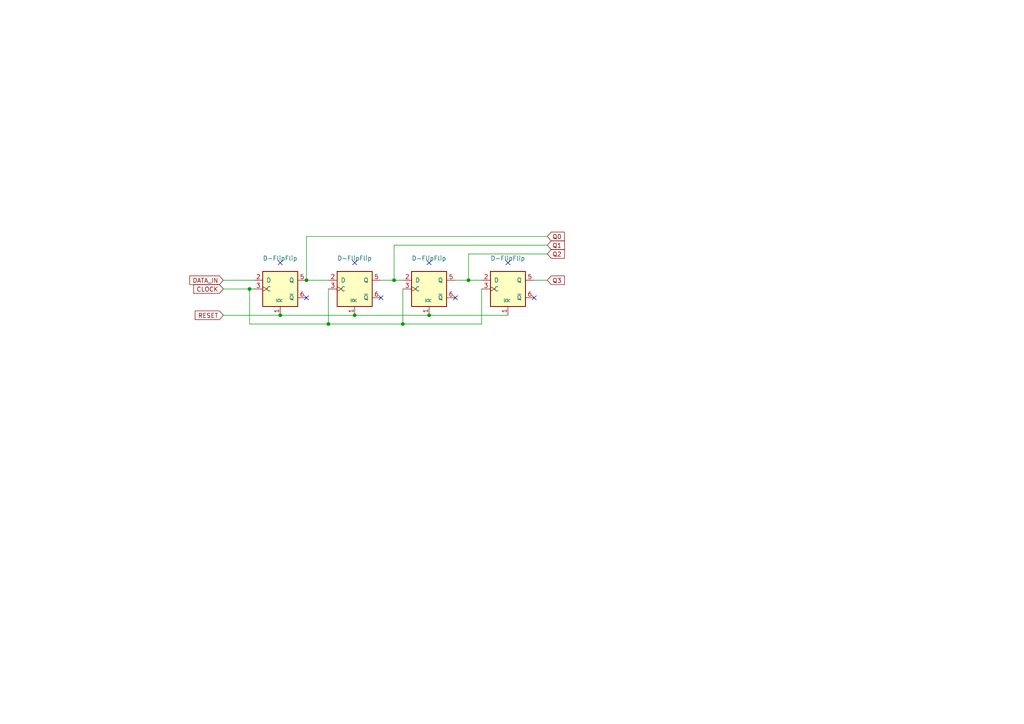
<source format=kicad_sch>
(kicad_sch (version 20211123) (generator eeschema)
  (paper "A4")
  (lib_symbols
    (symbol "74LS74_1" (pin_names (offset 1.016))
      (property "Value" "74LS74_1" (at -5.08 8.89 0))
      (symbol "74LS74_1_1_0"
        (pin input line (at 0 -7.62 90) (length 2.54) (name "~{R}") (number "1"))
        (pin input line (at -7.62 2.54 0) (length 2.54) (name "D") (number "2"))
        (pin input clock (at -7.62 0 0) (length 2.54) (name "C") (number "3"))
        (pin output line (at 7.62 2.54 180) (length 2.54) (name "Q") (number "5"))
        (pin output line (at 7.62 -2.54 180) (length 2.54) (name "~{Q}") (number "6"))
      )
      (symbol "74LS74_1_1_1"
        (rectangle (start -5.08 5.08) (end 5.08 -5.08) (stroke (width 0.254)) (fill (type background)))
      )
      (symbol "74LS74_1_2_0"
        (pin input line (at 0 7.62 270) (length 2.54) (name "~{S}") (number "10"))
        (pin input clock (at -7.62 0 0) (length 2.54) (name "C") (number "11"))
        (pin input line (at -7.62 2.54 0) (length 2.54) (name "D") (number "12"))
        (pin input line (at 0 -7.62 90) (length 2.54) (name "~{R}") (number "13"))
        (pin output line (at 7.62 -2.54 180) (length 2.54) (name "~{Q}") (number "8"))
        (pin output line (at 7.62 2.54 180) (length 2.54) (name "Q") (number "9"))
      )
      (symbol "74LS74_1_2_1"
        (rectangle (start -5.08 5.08) (end 5.08 -5.08) (stroke (width 0.254)) (fill (type background)))
      )
      (symbol "74LS74_1_3_0"
        (pin power_in line (at 0 10.16 270) (length 2.54) (name "VCC") (number "14"))
        (pin power_in line (at 0 -10.16 90) (length 2.54) (name "GND") (number "7"))
      )
      (symbol "74LS74_1_3_1"
        (rectangle (start -5.08 7.62) (end 5.08 -7.62) (stroke (width 0.254)) (fill (type background)))
      )
    )
    (symbol "74LS74_2" (pin_names (offset 1.016))
      (property "Value" "74LS74_2" (at -5.08 8.89 0))
      (symbol "74LS74_2_1_0"
        (pin input line (at 0 -7.62 90) (length 2.54) (name "~{R}") (number "1"))
        (pin input line (at -7.62 2.54 0) (length 2.54) (name "D") (number "2"))
        (pin input clock (at -7.62 0 0) (length 2.54) (name "C") (number "3"))
        (pin output line (at 7.62 2.54 180) (length 2.54) (name "Q") (number "5"))
        (pin output line (at 7.62 -2.54 180) (length 2.54) (name "~{Q}") (number "6"))
      )
      (symbol "74LS74_2_1_1"
        (rectangle (start -5.08 5.08) (end 5.08 -5.08) (stroke (width 0.254)) (fill (type background)))
      )
      (symbol "74LS74_2_2_0"
        (pin input line (at 0 7.62 270) (length 2.54) (name "~{S}") (number "10"))
        (pin input clock (at -7.62 0 0) (length 2.54) (name "C") (number "11"))
        (pin input line (at -7.62 2.54 0) (length 2.54) (name "D") (number "12"))
        (pin input line (at 0 -7.62 90) (length 2.54) (name "~{R}") (number "13"))
        (pin output line (at 7.62 -2.54 180) (length 2.54) (name "~{Q}") (number "8"))
        (pin output line (at 7.62 2.54 180) (length 2.54) (name "Q") (number "9"))
      )
      (symbol "74LS74_2_2_1"
        (rectangle (start -5.08 5.08) (end 5.08 -5.08) (stroke (width 0.254)) (fill (type background)))
      )
      (symbol "74LS74_2_3_0"
        (pin power_in line (at 0 10.16 270) (length 2.54) (name "VCC") (number "14"))
        (pin power_in line (at 0 -10.16 90) (length 2.54) (name "GND") (number "7"))
      )
      (symbol "74LS74_2_3_1"
        (rectangle (start -5.08 7.62) (end 5.08 -7.62) (stroke (width 0.254)) (fill (type background)))
      )
    )
    (symbol "74LS74_3" (pin_names (offset 1.016))
      (property "Value" "74LS74_3" (at -5.08 8.89 0))
      (symbol "74LS74_3_1_0"
        (pin input line (at 0 -7.62 90) (length 2.54) (name "~{R}") (number "1"))
        (pin input line (at -7.62 2.54 0) (length 2.54) (name "D") (number "2"))
        (pin input clock (at -7.62 0 0) (length 2.54) (name "C") (number "3"))
        (pin output line (at 7.62 2.54 180) (length 2.54) (name "Q") (number "5"))
        (pin output line (at 7.62 -2.54 180) (length 2.54) (name "~{Q}") (number "6"))
      )
      (symbol "74LS74_3_1_1"
        (rectangle (start -5.08 5.08) (end 5.08 -5.08) (stroke (width 0.254)) (fill (type background)))
      )
      (symbol "74LS74_3_2_0"
        (pin input line (at 0 7.62 270) (length 2.54) (name "~{S}") (number "10"))
        (pin input clock (at -7.62 0 0) (length 2.54) (name "C") (number "11"))
        (pin input line (at -7.62 2.54 0) (length 2.54) (name "D") (number "12"))
        (pin input line (at 0 -7.62 90) (length 2.54) (name "~{R}") (number "13"))
        (pin output line (at 7.62 -2.54 180) (length 2.54) (name "~{Q}") (number "8"))
        (pin output line (at 7.62 2.54 180) (length 2.54) (name "Q") (number "9"))
      )
      (symbol "74LS74_3_2_1"
        (rectangle (start -5.08 5.08) (end 5.08 -5.08) (stroke (width 0.254)) (fill (type background)))
      )
      (symbol "74LS74_3_3_0"
        (pin power_in line (at 0 10.16 270) (length 2.54) (name "VCC") (number "14"))
        (pin power_in line (at 0 -10.16 90) (length 2.54) (name "GND") (number "7"))
      )
      (symbol "74LS74_3_3_1"
        (rectangle (start -5.08 7.62) (end 5.08 -7.62) (stroke (width 0.254)) (fill (type background)))
      )
    )
    (symbol "74xx:74LS74" (pin_names (offset 1.016))
      (property "Value" "D-FlipFlip" (at -5.08 8.89 0))
      (symbol "74LS74_1_0"
        (pin input line (at 0 -7.62 90) (length 2.54) (name "~{R}") (number "1"))
        (pin input line (at -7.62 2.54 0) (length 2.54) (name "D") (number "2"))
        (pin input clock (at -7.62 0 0) (length 2.54) (name "C") (number "3"))
        (pin output line (at 7.62 2.54 180) (length 2.54) (name "Q") (number "5"))
        (pin output line (at 7.62 -2.54 180) (length 2.54) (name "~{Q}") (number "6"))
      )
      (symbol "74LS74_1_1"
        (rectangle (start -5.08 5.08) (end 5.08 -5.08) (stroke (width 0.254)) (fill (type background)))
      )
      (symbol "74LS74_2_0"
        (pin input line (at 0 7.62 270) (length 2.54) (name "~{S}") (number "10"))
        (pin input clock (at -7.62 0 0) (length 2.54) (name "C") (number "11"))
        (pin input line (at -7.62 2.54 0) (length 2.54) (name "D") (number "12"))
        (pin input line (at 0 -7.62 90) (length 2.54) (name "~{R}") (number "13"))
        (pin output line (at 7.62 -2.54 180) (length 2.54) (name "~{Q}") (number "8"))
        (pin output line (at 7.62 2.54 180) (length 2.54) (name "Q") (number "9"))
      )
      (symbol "74LS74_2_1"
        (rectangle (start -5.08 5.08) (end 5.08 -5.08) (stroke (width 0.254)) (fill (type background)))
      )
      (symbol "74LS74_3_0"
        (pin power_in line (at 0 10.16 270) (length 2.54) (name "VCC") (number "14"))
        (pin power_in line (at 0 -10.16 90) (length 2.54) (name "GND") (number "7"))
      )
      (symbol "74LS74_3_1"
        (rectangle (start -5.08 7.62) (end 5.08 -7.62) (stroke (width 0.254)) (fill (type background)))
      )
    )
  )
  (junction (at 95.25 93.98))
  (junction (at 88.9 81.28))
  (junction (at 102.87 91.44))
  (junction (at 114.3 81.28))
  (junction (at 81.28 91.44))
  (junction (at 72.39 83.82))
  (junction (at 116.84 93.98))
  (junction (at 124.46 91.44))
  (junction (at 135.89 81.28))
  (no_connect (at 132.08 86.36))
  (no_connect (at 124.46 76.2))
  (no_connect (at 147.32 76.2))
  (no_connect (at 81.28 76.2))
  (no_connect (at 102.87 76.2))
  (no_connect (at 110.49 86.36))
  (no_connect (at 88.9 86.36))
  (no_connect (at 154.94 86.36))
  (wire (pts (xy 81.28 91.44) (xy 102.87 91.44)))
  (wire (pts (xy 154.94 81.28) (xy 158.75 81.28)))
  (wire (pts (xy 139.7 83.82) (xy 139.7 93.98)))
  (wire (pts (xy 95.25 93.98) (xy 116.84 93.98)))
  (wire (pts (xy 95.25 83.82) (xy 95.25 93.98)))
  (wire (pts (xy 81.28 91.44) (xy 64.77 91.44)))
  (wire (pts (xy 124.46 91.44) (xy 147.32 91.44)))
  (wire (pts (xy 114.3 81.28) (xy 116.84 81.28)))
  (wire (pts (xy 72.39 93.98) (xy 72.39 83.82)))
  (wire (pts (xy 116.84 93.98) (xy 116.84 83.82)))
  (wire (pts (xy 135.89 81.28) (xy 135.89 73.66)))
  (wire (pts (xy 135.89 81.28) (xy 139.7 81.28)))
  (wire (pts (xy 114.3 81.28) (xy 114.3 71.12)))
  (wire (pts (xy 88.9 81.28) (xy 95.25 81.28)))
  (wire (pts (xy 72.39 83.82) (xy 73.66 83.82)))
  (wire (pts (xy 132.08 81.28) (xy 135.89 81.28)))
  (wire (pts (xy 88.9 81.28) (xy 88.9 68.58)))
  (wire (pts (xy 64.77 81.28) (xy 73.66 81.28)))
  (wire (pts (xy 88.9 68.58) (xy 158.75 68.58)))
  (wire (pts (xy 135.89 73.66) (xy 158.75 73.66)))
  (wire (pts (xy 95.25 93.98) (xy 72.39 93.98)))
  (wire (pts (xy 114.3 71.12) (xy 158.75 71.12)))
  (wire (pts (xy 139.7 93.98) (xy 116.84 93.98)))
  (wire (pts (xy 110.49 81.28) (xy 114.3 81.28)))
  (wire (pts (xy 102.87 91.44) (xy 124.46 91.44)))
  (wire (pts (xy 64.77 83.82) (xy 72.39 83.82)))
  (global_label "Q1" (shape input) (at 158.75 71.12 0) (property "Intersheet References" "${INTERSHEET_REFS}" (effects hide)))
  (global_label "Q0" (shape input) (at 158.75 68.58 0) (property "Intersheet References" "${INTERSHEET_REFS}" (effects hide)))
  (global_label "Q2" (shape input) (at 158.75 73.66 0) (property "Intersheet References" "${INTERSHEET_REFS}" (effects hide)))
  (global_label "Q3" (shape input) (at 158.75 81.28 0) (property "Intersheet References" "${INTERSHEET_REFS}" (effects hide)))
  (global_label "DATA_IN" (shape input) (at 64.77 81.28 180) (property "Intersheet References" "${INTERSHEET_REFS}" (effects hide)))
  (global_label "RESET" (shape input) (at 64.77 91.44 180) (property "Intersheet References" "${INTERSHEET_REFS}" (effects hide)))
  (global_label "CLOCK" (shape input) (at 64.77 83.82 180) (property "Intersheet References" "${INTERSHEET_REFS}" (effects hide)))
  (symbol (lib_name "74LS74_3") (lib_id "74xx:74LS74") (at 124.46 83.82 0) (unit 1)
    (property "Reference" "U?" (effects hide))
    (property "Value" "D-FlipFlip" (at 119.38 74.93 0) (effects (justify left)))
    (property "Datasheet" "74xx/74hc_hct74.pdf" (effects hide))
  )
  (symbol (lib_id "74xx:74LS74") (at 147.32 83.82 0) (unit 1)
    (property "Reference" "U?" (effects hide))
    (property "Value" "D-FlipFlip" (at 142.24 74.93 0) (effects (justify left)))
    (property "Datasheet" "74xx/74hc_hct74.pdf" (effects hide))
  )
  (symbol (lib_name "74LS74_2") (lib_id "74xx:74LS74") (at 102.87 83.82 0) (unit 1)
    (property "Reference" "U?" (effects hide))
    (property "Value" "D-FlipFlip" (at 97.79 74.93 0) (effects (justify left)))
    (property "Datasheet" "74xx/74hc_hct74.pdf" (effects hide))
  )
  (symbol (lib_name "74LS74_1") (lib_id "74xx:74LS74") (at 81.28 83.82 0) (unit 1)
    (property "Reference" "U?" (effects hide))
    (property "Value" "D-FlipFlip" (at 76.2 74.93 0) (effects (justify left)))
    (property "Datasheet" "74xx/74hc_hct74.pdf" (effects hide))
  )
)
</source>
